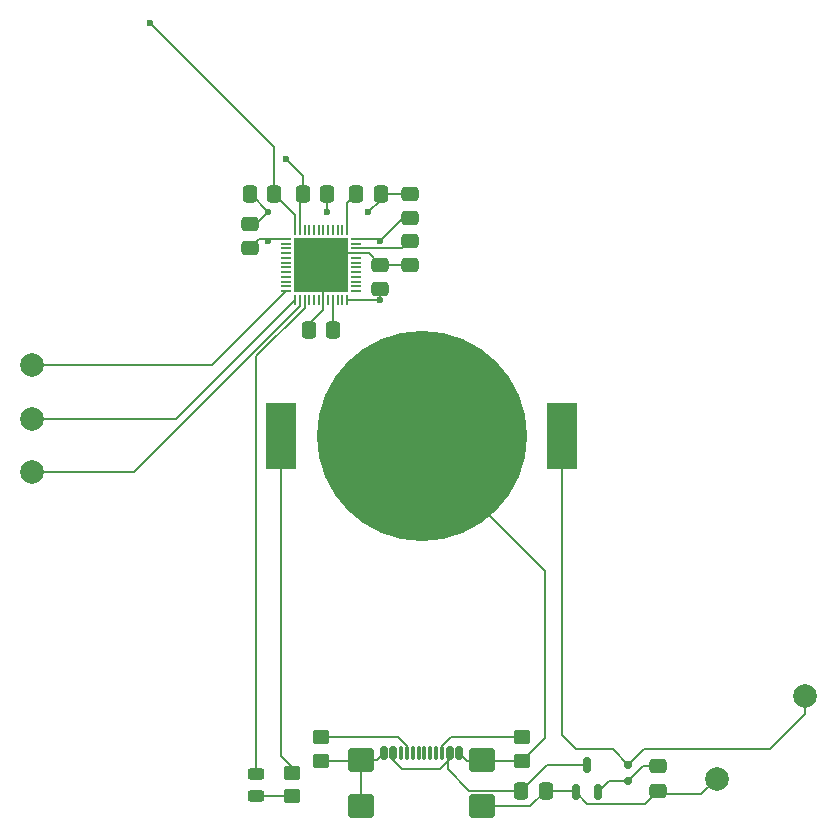
<source format=gbr>
%TF.GenerationSoftware,KiCad,Pcbnew,8.0.3-8.0.3-0~ubuntu24.04.1*%
%TF.CreationDate,2024-06-13T23:22:46+05:00*%
%TF.ProjectId,solartap_mcu_clear_60x60_g150,736f6c61-7274-4617-905f-6d63755f636c,rev?*%
%TF.SameCoordinates,Original*%
%TF.FileFunction,Copper,L1,Top*%
%TF.FilePolarity,Positive*%
%FSLAX46Y46*%
G04 Gerber Fmt 4.6, Leading zero omitted, Abs format (unit mm)*
G04 Created by KiCad (PCBNEW 8.0.3-8.0.3-0~ubuntu24.04.1) date 2024-06-13 23:22:46*
%MOMM*%
%LPD*%
G01*
G04 APERTURE LIST*
G04 Aperture macros list*
%AMRoundRect*
0 Rectangle with rounded corners*
0 $1 Rounding radius*
0 $2 $3 $4 $5 $6 $7 $8 $9 X,Y pos of 4 corners*
0 Add a 4 corners polygon primitive as box body*
4,1,4,$2,$3,$4,$5,$6,$7,$8,$9,$2,$3,0*
0 Add four circle primitives for the rounded corners*
1,1,$1+$1,$2,$3*
1,1,$1+$1,$4,$5*
1,1,$1+$1,$6,$7*
1,1,$1+$1,$8,$9*
0 Add four rect primitives between the rounded corners*
20,1,$1+$1,$2,$3,$4,$5,0*
20,1,$1+$1,$4,$5,$6,$7,0*
20,1,$1+$1,$6,$7,$8,$9,0*
20,1,$1+$1,$8,$9,$2,$3,0*%
G04 Aperture macros list end*
%TA.AperFunction,SMDPad,CuDef*%
%ADD10C,2.000000*%
%TD*%
%TA.AperFunction,SMDPad,CuDef*%
%ADD11RoundRect,0.250000X0.475000X-0.337500X0.475000X0.337500X-0.475000X0.337500X-0.475000X-0.337500X0*%
%TD*%
%TA.AperFunction,SMDPad,CuDef*%
%ADD12RoundRect,0.250000X-0.475000X0.337500X-0.475000X-0.337500X0.475000X-0.337500X0.475000X0.337500X0*%
%TD*%
%TA.AperFunction,SMDPad,CuDef*%
%ADD13RoundRect,0.250000X-0.337500X-0.475000X0.337500X-0.475000X0.337500X0.475000X-0.337500X0.475000X0*%
%TD*%
%TA.AperFunction,SMDPad,CuDef*%
%ADD14R,2.600000X5.560000*%
%TD*%
%TA.AperFunction,SMDPad,CuDef*%
%ADD15C,17.800000*%
%TD*%
%TA.AperFunction,SMDPad,CuDef*%
%ADD16RoundRect,0.250000X0.450000X-0.350000X0.450000X0.350000X-0.450000X0.350000X-0.450000X-0.350000X0*%
%TD*%
%TA.AperFunction,SMDPad,CuDef*%
%ADD17RoundRect,0.150000X-0.150000X-0.425000X0.150000X-0.425000X0.150000X0.425000X-0.150000X0.425000X0*%
%TD*%
%TA.AperFunction,SMDPad,CuDef*%
%ADD18RoundRect,0.075000X-0.075000X-0.500000X0.075000X-0.500000X0.075000X0.500000X-0.075000X0.500000X0*%
%TD*%
%TA.AperFunction,SMDPad,CuDef*%
%ADD19RoundRect,0.250000X-0.840000X-0.750000X0.840000X-0.750000X0.840000X0.750000X-0.840000X0.750000X0*%
%TD*%
%TA.AperFunction,SMDPad,CuDef*%
%ADD20RoundRect,0.243750X-0.456250X0.243750X-0.456250X-0.243750X0.456250X-0.243750X0.456250X0.243750X0*%
%TD*%
%TA.AperFunction,SMDPad,CuDef*%
%ADD21RoundRect,0.050000X-0.050000X0.350000X-0.050000X-0.350000X0.050000X-0.350000X0.050000X0.350000X0*%
%TD*%
%TA.AperFunction,SMDPad,CuDef*%
%ADD22RoundRect,0.050000X-0.350000X0.050000X-0.350000X-0.050000X0.350000X-0.050000X0.350000X0.050000X0*%
%TD*%
%TA.AperFunction,HeatsinkPad*%
%ADD23R,4.600000X4.600000*%
%TD*%
%TA.AperFunction,SMDPad,CuDef*%
%ADD24RoundRect,0.250000X0.337500X0.475000X-0.337500X0.475000X-0.337500X-0.475000X0.337500X-0.475000X0*%
%TD*%
%TA.AperFunction,SMDPad,CuDef*%
%ADD25RoundRect,0.150000X0.150000X-0.512500X0.150000X0.512500X-0.150000X0.512500X-0.150000X-0.512500X0*%
%TD*%
%TA.AperFunction,SMDPad,CuDef*%
%ADD26RoundRect,0.150000X0.200000X-0.150000X0.200000X0.150000X-0.200000X0.150000X-0.200000X-0.150000X0*%
%TD*%
%TA.AperFunction,SMDPad,CuDef*%
%ADD27RoundRect,0.250000X-0.450000X0.350000X-0.450000X-0.350000X0.450000X-0.350000X0.450000X0.350000X0*%
%TD*%
%TA.AperFunction,ViaPad*%
%ADD28C,0.600000*%
%TD*%
%TA.AperFunction,Conductor*%
%ADD29C,0.200000*%
%TD*%
G04 APERTURE END LIST*
D10*
%TO.P,TP1,1,1*%
%TO.N,Net-(U1-P0.21{slash}~{RESET})*%
X62000000Y-71500000D03*
%TD*%
D11*
%TO.P,C5,1*%
%TO.N,+3.3V*%
X94000000Y-59037500D03*
%TO.P,C5,2*%
%TO.N,GND*%
X94000000Y-56962500D03*
%TD*%
%TO.P,C4,1*%
%TO.N,+3.3V*%
X80500000Y-61567500D03*
%TO.P,C4,2*%
%TO.N,GND*%
X80500000Y-59492500D03*
%TD*%
D12*
%TO.P,C3,1*%
%TO.N,Net-(U1-DEC4)*%
X94000000Y-60962500D03*
%TO.P,C3,2*%
%TO.N,GND*%
X94000000Y-63037500D03*
%TD*%
D10*
%TO.P,TP2,1,1*%
%TO.N,Net-(U1-SWDCLK)*%
X62000000Y-76000000D03*
%TD*%
D13*
%TO.P,C12,1*%
%TO.N,Net-(U2-IN)*%
X103462500Y-107500000D03*
%TO.P,C12,2*%
%TO.N,GND*%
X105537500Y-107500000D03*
%TD*%
D10*
%TO.P,TP3,1,1*%
%TO.N,Net-(U1-SWDIO)*%
X62000000Y-80500000D03*
%TD*%
D12*
%TO.P,C13,1*%
%TO.N,Net-(D2-A)*%
X115000000Y-105462500D03*
%TO.P,C13,2*%
%TO.N,GND*%
X115000000Y-107537500D03*
%TD*%
D14*
%TO.P,BT1,1,+*%
%TO.N,+3.3V*%
X83095000Y-77500000D03*
X106905000Y-77500000D03*
D15*
%TO.P,BT1,2,-*%
%TO.N,GND*%
X95000000Y-77500000D03*
%TD*%
D16*
%TO.P,R1,1*%
%TO.N,Net-(D1-A)*%
X84000000Y-108000000D03*
%TO.P,R1,2*%
%TO.N,+3.3V*%
X84000000Y-106000000D03*
%TD*%
D13*
%TO.P,C10,1*%
%TO.N,GND*%
X80462500Y-57030000D03*
%TO.P,C10,2*%
%TO.N,Net-(U1-NFC1{slash}P0.09)*%
X82537500Y-57030000D03*
%TD*%
%TO.P,C11,1*%
%TO.N,Net-(U1-NFC1{slash}P0.09)*%
X84962500Y-57030000D03*
%TO.P,C11,2*%
%TO.N,GND*%
X87037500Y-57030000D03*
%TD*%
D10*
%TO.P,TP6,1,1*%
%TO.N,GND*%
X120000000Y-106500000D03*
%TD*%
D17*
%TO.P,J1,A1,GND*%
%TO.N,GND*%
X91800000Y-104320000D03*
%TO.P,J1,A4,VBUS*%
%TO.N,Net-(U2-IN)*%
X92600000Y-104320000D03*
D18*
%TO.P,J1,A5,CC1*%
%TO.N,Net-(J1-CC1)*%
X93750000Y-104320000D03*
%TO.P,J1,A6,D+*%
%TO.N,unconnected-(J1-D+-PadA6)*%
X94750000Y-104320000D03*
%TO.P,J1,A7,D-*%
%TO.N,unconnected-(J1-D--PadA7)*%
X95250000Y-104320000D03*
%TO.P,J1,A8,SBU1*%
%TO.N,unconnected-(J1-SBU1-PadA8)*%
X96250000Y-104320000D03*
D17*
%TO.P,J1,A9,VBUS*%
%TO.N,Net-(U2-IN)*%
X97400000Y-104320000D03*
%TO.P,J1,A12,GND*%
%TO.N,GND*%
X98200000Y-104320000D03*
%TO.P,J1,B1,GND*%
X98200000Y-104320000D03*
%TO.P,J1,B4,VBUS*%
%TO.N,Net-(U2-IN)*%
X97400000Y-104320000D03*
D18*
%TO.P,J1,B5,CC2*%
%TO.N,Net-(J1-CC2)*%
X96750000Y-104320000D03*
%TO.P,J1,B6,D+*%
%TO.N,unconnected-(J1-D+-PadB6)*%
X95750000Y-104320000D03*
%TO.P,J1,B7,D-*%
%TO.N,unconnected-(J1-D--PadB7)*%
X94250000Y-104320000D03*
%TO.P,J1,B8,SBU2*%
%TO.N,unconnected-(J1-SBU2-PadB8)*%
X93250000Y-104320000D03*
D17*
%TO.P,J1,B9,VBUS*%
%TO.N,Net-(U2-IN)*%
X92600000Y-104320000D03*
%TO.P,J1,B12,GND*%
%TO.N,GND*%
X91800000Y-104320000D03*
D19*
%TO.P,J1,S1,SHIELD*%
X89890000Y-104895000D03*
X89890000Y-108825000D03*
X100110000Y-104895000D03*
X100110000Y-108825000D03*
%TD*%
D20*
%TO.P,D1,1,K*%
%TO.N,Net-(D1-K)*%
X81000000Y-106062500D03*
%TO.P,D1,2,A*%
%TO.N,Net-(D1-A)*%
X81000000Y-107937500D03*
%TD*%
D21*
%TO.P,U1,1,DEC1*%
%TO.N,Net-(U1-DEC1)*%
X88700000Y-60050000D03*
%TO.P,U1,2,P0.00/XL1*%
%TO.N,unconnected-(U1-P0.00{slash}XL1-Pad2)*%
X88300000Y-60050000D03*
%TO.P,U1,3,P0.01/XL2*%
%TO.N,unconnected-(U1-P0.01{slash}XL2-Pad3)*%
X87900000Y-60050000D03*
%TO.P,U1,4,P0.02/AIN0*%
%TO.N,unconnected-(U1-P0.02{slash}AIN0-Pad4)*%
X87500000Y-60050000D03*
%TO.P,U1,5,P0.03/AIN1*%
%TO.N,unconnected-(U1-P0.03{slash}AIN1-Pad5)*%
X87100000Y-60050000D03*
%TO.P,U1,6,P0.04/AIN2*%
%TO.N,unconnected-(U1-P0.04{slash}AIN2-Pad6)*%
X86700000Y-60050000D03*
%TO.P,U1,7,P0.05/AIN3*%
%TO.N,unconnected-(U1-P0.05{slash}AIN3-Pad7)*%
X86300000Y-60050000D03*
%TO.P,U1,8,P0.06*%
%TO.N,unconnected-(U1-P0.06-Pad8)*%
X85900000Y-60050000D03*
%TO.P,U1,9,P0.07*%
%TO.N,unconnected-(U1-P0.07-Pad9)*%
X85500000Y-60050000D03*
%TO.P,U1,10,P0.08*%
%TO.N,unconnected-(U1-P0.08-Pad10)*%
X85100000Y-60050000D03*
%TO.P,U1,11,NFC1/P0.09*%
%TO.N,Net-(U1-NFC1{slash}P0.09)*%
X84700000Y-60050000D03*
%TO.P,U1,12,NFC2/P0.10*%
X84300000Y-60050000D03*
D22*
%TO.P,U1,13,VDD*%
%TO.N,+3.3V*%
X83550000Y-60800000D03*
%TO.P,U1,14,P0.11*%
%TO.N,unconnected-(U1-P0.11-Pad14)*%
X83550000Y-61200000D03*
%TO.P,U1,15,P0.12*%
%TO.N,unconnected-(U1-P0.12-Pad15)*%
X83550000Y-61600000D03*
%TO.P,U1,16,P0.13*%
%TO.N,unconnected-(U1-P0.13-Pad16)*%
X83550000Y-62000000D03*
%TO.P,U1,17,P0.14*%
%TO.N,unconnected-(U1-P0.14-Pad17)*%
X83550000Y-62400000D03*
%TO.P,U1,18,P0.15*%
%TO.N,unconnected-(U1-P0.15-Pad18)*%
X83550000Y-62800000D03*
%TO.P,U1,19,P0.16*%
%TO.N,unconnected-(U1-P0.16-Pad19)*%
X83550000Y-63200000D03*
%TO.P,U1,20,P0.17*%
%TO.N,unconnected-(U1-P0.17-Pad20)*%
X83550000Y-63600000D03*
%TO.P,U1,21,P0.18/SWO*%
%TO.N,unconnected-(U1-P0.18{slash}SWO-Pad21)*%
X83550000Y-64000000D03*
%TO.P,U1,22,P0.19*%
%TO.N,unconnected-(U1-P0.19-Pad22)*%
X83550000Y-64400000D03*
%TO.P,U1,23,P0.20*%
%TO.N,unconnected-(U1-P0.20-Pad23)*%
X83550000Y-64800000D03*
%TO.P,U1,24,P0.21/~{RESET}*%
%TO.N,Net-(U1-P0.21{slash}~{RESET})*%
X83550000Y-65200000D03*
D21*
%TO.P,U1,25,SWDCLK*%
%TO.N,Net-(U1-SWDCLK)*%
X84300000Y-65950000D03*
%TO.P,U1,26,SWDIO*%
%TO.N,Net-(U1-SWDIO)*%
X84700000Y-65950000D03*
%TO.P,U1,27,P0.22*%
%TO.N,Net-(D1-K)*%
X85100000Y-65950000D03*
%TO.P,U1,28,P0.23*%
%TO.N,unconnected-(U1-P0.23-Pad28)*%
X85500000Y-65950000D03*
%TO.P,U1,29,P0.24*%
%TO.N,unconnected-(U1-P0.24-Pad29)*%
X85900000Y-65950000D03*
%TO.P,U1,30,ANT*%
%TO.N,unconnected-(U1-ANT-Pad30)*%
X86300000Y-65950000D03*
%TO.P,U1,31,VSS*%
%TO.N,GND*%
X86700000Y-65950000D03*
%TO.P,U1,32,DEC2*%
%TO.N,unconnected-(U1-DEC2-Pad32)*%
X87100000Y-65950000D03*
%TO.P,U1,33,DEC3*%
%TO.N,Net-(U1-DEC3)*%
X87500000Y-65950000D03*
%TO.P,U1,34,XC1*%
%TO.N,unconnected-(U1-XC1-Pad34)*%
X87900000Y-65950000D03*
%TO.P,U1,35,XC2*%
%TO.N,unconnected-(U1-XC2-Pad35)*%
X88300000Y-65950000D03*
%TO.P,U1,36,VDD*%
%TO.N,+3.3V*%
X88700000Y-65950000D03*
D22*
%TO.P,U1,37,P0.25*%
%TO.N,unconnected-(U1-P0.25-Pad37)*%
X89450000Y-65200000D03*
%TO.P,U1,38,P0.26*%
%TO.N,unconnected-(U1-P0.26-Pad38)*%
X89450000Y-64800000D03*
%TO.P,U1,39,P0.27*%
%TO.N,unconnected-(U1-P0.27-Pad39)*%
X89450000Y-64400000D03*
%TO.P,U1,40,P0.28/AIN4*%
%TO.N,unconnected-(U1-P0.28{slash}AIN4-Pad40)*%
X89450000Y-64000000D03*
%TO.P,U1,41,P0.29/AIN5*%
%TO.N,unconnected-(U1-P0.29{slash}AIN5-Pad41)*%
X89450000Y-63600000D03*
%TO.P,U1,42,P0.30/AIN6*%
%TO.N,unconnected-(U1-P0.30{slash}AIN6-Pad42)*%
X89450000Y-63200000D03*
%TO.P,U1,43,P0.31/AIN7*%
%TO.N,unconnected-(U1-P0.31{slash}AIN7-Pad43)*%
X89450000Y-62800000D03*
%TO.P,U1,44,NC*%
%TO.N,unconnected-(U1-NC-Pad44)*%
X89450000Y-62400000D03*
%TO.P,U1,45,VSS*%
%TO.N,GND*%
X89450000Y-62000000D03*
%TO.P,U1,46,DEC4*%
%TO.N,Net-(U1-DEC4)*%
X89450000Y-61600000D03*
%TO.P,U1,47,DCC*%
%TO.N,unconnected-(U1-DCC-Pad47)*%
X89450000Y-61200000D03*
%TO.P,U1,48,VDD*%
%TO.N,+3.3V*%
X89450000Y-60800000D03*
D23*
%TO.P,U1,49,VSS*%
%TO.N,GND*%
X86500000Y-63000000D03*
%TD*%
D11*
%TO.P,C6,1*%
%TO.N,+3.3V*%
X91500000Y-65037500D03*
%TO.P,C6,2*%
%TO.N,GND*%
X91500000Y-62962500D03*
%TD*%
D24*
%TO.P,C2,1*%
%TO.N,Net-(U1-DEC3)*%
X87537500Y-68500000D03*
%TO.P,C2,2*%
%TO.N,GND*%
X85462500Y-68500000D03*
%TD*%
D10*
%TO.P,TP5,1,1*%
%TO.N,+3.3V*%
X127500000Y-99500000D03*
%TD*%
D16*
%TO.P,R2,1*%
%TO.N,GND*%
X86500000Y-105000000D03*
%TO.P,R2,2*%
%TO.N,Net-(J1-CC1)*%
X86500000Y-103000000D03*
%TD*%
D25*
%TO.P,U2,1,GND*%
%TO.N,GND*%
X108050000Y-107637500D03*
%TO.P,U2,2,OUT*%
%TO.N,Net-(D2-A)*%
X109950000Y-107637500D03*
%TO.P,U2,3,IN*%
%TO.N,Net-(U2-IN)*%
X109000000Y-105362500D03*
%TD*%
D26*
%TO.P,D2,1,K*%
%TO.N,+3.3V*%
X112500000Y-105300000D03*
%TO.P,D2,2,A*%
%TO.N,Net-(D2-A)*%
X112500000Y-106700000D03*
%TD*%
D27*
%TO.P,R3,1*%
%TO.N,Net-(J1-CC2)*%
X103500000Y-103000000D03*
%TO.P,R3,2*%
%TO.N,GND*%
X103500000Y-105000000D03*
%TD*%
D13*
%TO.P,C1,1*%
%TO.N,Net-(U1-DEC1)*%
X89462500Y-57000000D03*
%TO.P,C1,2*%
%TO.N,GND*%
X91537500Y-57000000D03*
%TD*%
D28*
%TO.N,+3.3V*%
X82000000Y-61000000D03*
X91500000Y-66000000D03*
X91500000Y-61000000D03*
X83000000Y-76500000D03*
X107000000Y-76500000D03*
%TO.N,GND*%
X88000000Y-61500000D03*
X100000000Y-105000000D03*
X92000000Y-71000000D03*
X88000000Y-64500000D03*
X100000000Y-109000000D03*
X87000000Y-58500000D03*
X90500000Y-58500000D03*
X85000000Y-61500000D03*
X82000000Y-58500000D03*
%TO.N,Net-(U1-NFC1{slash}P0.09)*%
X72000000Y-42500000D03*
X83500000Y-54000000D03*
%TD*%
D29*
%TO.N,+3.3V*%
X106905000Y-77500000D02*
X106905000Y-102805000D01*
X91500000Y-66000000D02*
X91500000Y-65037500D01*
X81800000Y-60800000D02*
X81267500Y-60800000D01*
X108100000Y-104000000D02*
X111200000Y-104000000D01*
X93462500Y-59037500D02*
X94000000Y-59037500D01*
X84000000Y-105500000D02*
X83095000Y-104595000D01*
X83550000Y-60800000D02*
X82200000Y-60800000D01*
X111200000Y-104000000D02*
X112500000Y-105300000D01*
X81267500Y-60800000D02*
X80500000Y-61567500D01*
X91450000Y-65950000D02*
X91500000Y-66000000D01*
X91500000Y-66000000D02*
X91550000Y-65950000D01*
X127500000Y-99500000D02*
X127500000Y-101000000D01*
X127500000Y-101000000D02*
X124500000Y-104000000D01*
X82000000Y-61000000D02*
X81800000Y-60800000D01*
X91500000Y-61000000D02*
X93462500Y-59037500D01*
X91300000Y-60800000D02*
X89450000Y-60800000D01*
X84000000Y-106000000D02*
X84000000Y-105500000D01*
X91500000Y-61000000D02*
X91300000Y-60800000D01*
X124500000Y-104000000D02*
X113800000Y-104000000D01*
X113800000Y-104000000D02*
X112500000Y-105300000D01*
X82200000Y-60800000D02*
X82000000Y-61000000D01*
X106905000Y-102805000D02*
X108100000Y-104000000D01*
X83095000Y-104595000D02*
X83095000Y-77500000D01*
X88700000Y-65950000D02*
X91450000Y-65950000D01*
%TO.N,GND*%
X81007500Y-59492500D02*
X82000000Y-58500000D01*
X91537500Y-57462500D02*
X90500000Y-58500000D01*
X99535000Y-104320000D02*
X100000000Y-105000000D01*
X100215000Y-105000000D02*
X100110000Y-104895000D01*
X115800000Y-107800000D02*
X118700000Y-107800000D01*
X103500000Y-105000000D02*
X100215000Y-105000000D01*
X113937500Y-108600000D02*
X115000000Y-107537500D01*
X82000000Y-58500000D02*
X80530000Y-57030000D01*
X105537500Y-107500000D02*
X107912500Y-107500000D01*
X86700000Y-66800000D02*
X85462500Y-68037500D01*
X105434314Y-88934314D02*
X105434314Y-103065686D01*
X95000000Y-78500000D02*
X105434314Y-88934314D01*
X115000000Y-107537500D02*
X115537500Y-107537500D01*
X91225000Y-104895000D02*
X91800000Y-104320000D01*
X89785000Y-105000000D02*
X89890000Y-104895000D01*
X80530000Y-57030000D02*
X80462500Y-57030000D01*
X87500000Y-62000000D02*
X86500000Y-63000000D01*
X91537500Y-57000000D02*
X91537500Y-57462500D01*
X89450000Y-62000000D02*
X90537500Y-62000000D01*
X107912500Y-107500000D02*
X108050000Y-107637500D01*
X86500000Y-105000000D02*
X89785000Y-105000000D01*
X109012500Y-108600000D02*
X113937500Y-108600000D01*
X98200000Y-104320000D02*
X98880000Y-105000000D01*
X98880000Y-105000000D02*
X100000000Y-105000000D01*
X89890000Y-104895000D02*
X91225000Y-104895000D01*
X104212500Y-108825000D02*
X105537500Y-107500000D01*
X93962500Y-57000000D02*
X94000000Y-56962500D01*
X87000000Y-58500000D02*
X87037500Y-58462500D01*
X91500000Y-62962500D02*
X93925000Y-62962500D01*
X100110000Y-108825000D02*
X104212500Y-108825000D01*
X105434314Y-103065686D02*
X103500000Y-105000000D01*
X90537500Y-62000000D02*
X91500000Y-62962500D01*
X89450000Y-62000000D02*
X87500000Y-62000000D01*
X86700000Y-65950000D02*
X86700000Y-66800000D01*
X108050000Y-107637500D02*
X109012500Y-108600000D01*
X91537500Y-57000000D02*
X91500000Y-57000000D01*
X80500000Y-59492500D02*
X81007500Y-59492500D01*
X89890000Y-108825000D02*
X89890000Y-104895000D01*
X85462500Y-68037500D02*
X85462500Y-69000000D01*
X115537500Y-107537500D02*
X115800000Y-107800000D01*
X91500000Y-57000000D02*
X93962500Y-57000000D01*
X93925000Y-62962500D02*
X94000000Y-63037500D01*
X87037500Y-58462500D02*
X87037500Y-57030000D01*
X100000000Y-109000000D02*
X100110000Y-108825000D01*
X86700000Y-65950000D02*
X86700000Y-63200000D01*
X86700000Y-63200000D02*
X86500000Y-63000000D01*
X85537500Y-69075000D02*
X85462500Y-69000000D01*
X118700000Y-107800000D02*
X120000000Y-106500000D01*
X100000000Y-105000000D02*
X100110000Y-104895000D01*
%TO.N,Net-(U1-DEC1)*%
X88700000Y-57762500D02*
X89462500Y-57000000D01*
X88700000Y-60050000D02*
X88700000Y-57762500D01*
%TO.N,Net-(U1-DEC3)*%
X87500000Y-65950000D02*
X87500000Y-68962500D01*
X87500000Y-68962500D02*
X87537500Y-69000000D01*
%TO.N,Net-(U1-DEC4)*%
X89450000Y-61600000D02*
X93362500Y-61600000D01*
X93362500Y-61600000D02*
X94000000Y-60962500D01*
%TO.N,Net-(U1-NFC1{slash}P0.09)*%
X82537500Y-57030000D02*
X82537500Y-53037500D01*
X82537500Y-53037500D02*
X72000000Y-42500000D01*
X84300000Y-60050000D02*
X84300000Y-58792500D01*
X84700000Y-57725000D02*
X84700000Y-60050000D01*
X84962500Y-55462500D02*
X84962500Y-57030000D01*
X84962500Y-57030000D02*
X84962500Y-57462500D01*
X84962500Y-57462500D02*
X84700000Y-57725000D01*
X84300000Y-58792500D02*
X82537500Y-57030000D01*
X83500000Y-54000000D02*
X84962500Y-55462500D01*
%TO.N,Net-(U2-IN)*%
X103462500Y-107500000D02*
X99040406Y-107500000D01*
X92600000Y-104894999D02*
X93379595Y-105674594D01*
X92600000Y-104320000D02*
X92600000Y-104894999D01*
X99040406Y-107500000D02*
X97215000Y-105674594D01*
X97215000Y-105674594D02*
X97215000Y-104505000D01*
X105600000Y-105362500D02*
X103462500Y-107500000D01*
X109000000Y-105362500D02*
X105600000Y-105362500D01*
X97215000Y-104505000D02*
X97400000Y-104320000D01*
X97400000Y-104815000D02*
X97400000Y-104320000D01*
X96540406Y-105674594D02*
X97400000Y-104815000D01*
X93379595Y-105674594D02*
X96540406Y-105674594D01*
%TO.N,Net-(D2-A)*%
X110887500Y-106700000D02*
X112500000Y-106700000D01*
X109950000Y-107637500D02*
X110887500Y-106700000D01*
X113737500Y-105462500D02*
X112500000Y-106700000D01*
X115000000Y-105462500D02*
X113737500Y-105462500D01*
%TO.N,Net-(D1-K)*%
X81000000Y-70712046D02*
X81000000Y-106062500D01*
X85100000Y-65950000D02*
X85100000Y-66612046D01*
X85100000Y-66612046D02*
X81000000Y-70712046D01*
%TO.N,Net-(D1-A)*%
X81500000Y-108000000D02*
X84000000Y-108000000D01*
X81437500Y-107937500D02*
X81500000Y-108000000D01*
X81000000Y-107937500D02*
X81437500Y-107937500D01*
X80937500Y-108000000D02*
X81000000Y-107937500D01*
%TO.N,Net-(J1-CC1)*%
X93037410Y-103000000D02*
X93750000Y-103712590D01*
X86500000Y-103000000D02*
X93037410Y-103000000D01*
X93750000Y-103712590D02*
X93750000Y-104320000D01*
%TO.N,Net-(J1-CC2)*%
X97495001Y-103000000D02*
X96750000Y-103745001D01*
X96750000Y-103745001D02*
X96750000Y-104320000D01*
X103500000Y-103000000D02*
X97495001Y-103000000D01*
%TO.N,Net-(U1-P0.21{slash}~{RESET})*%
X83550000Y-65200000D02*
X77250000Y-71500000D01*
X77250000Y-71500000D02*
X62000000Y-71500000D01*
%TO.N,Net-(U1-SWDCLK)*%
X74250000Y-76000000D02*
X62000000Y-76000000D01*
X84300000Y-65950000D02*
X74250000Y-76000000D01*
%TO.N,Net-(U1-SWDIO)*%
X70646360Y-80500000D02*
X62000000Y-80500000D01*
X84700000Y-66446360D02*
X70646360Y-80500000D01*
X84700000Y-65950000D02*
X84700000Y-66446360D01*
%TD*%
M02*

</source>
